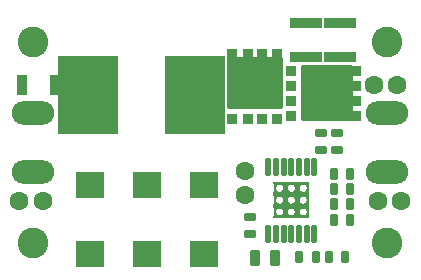
<source format=gbr>
%TF.GenerationSoftware,Altium Limited,Altium Designer,20.1.8 (145)*%
G04 Layer_Color=32768*
%FSLAX24Y24*%
%MOIN*%
%TF.SameCoordinates,72321C45-B03C-47D1-81AD-3863C6C0A768*%
%TF.FilePolarity,Negative*%
%TF.FileFunction,Soldermask,Top*%
%TF.Part,Single*%
G01*
G75*
%TA.AperFunction,ViaPad*%
%ADD36O,0.1417X0.0787*%
%ADD37C,0.1024*%
%ADD38C,0.0630*%
%TA.AperFunction,SMDPad,CuDef*%
G04:AMPARAMS|DCode=44|XSize=35.4mil|YSize=31.5mil|CornerRadius=2.1mil|HoleSize=0mil|Usage=FLASHONLY|Rotation=90.000|XOffset=0mil|YOffset=0mil|HoleType=Round|Shape=RoundedRectangle|*
%AMROUNDEDRECTD44*
21,1,0.0354,0.0273,0,0,90.0*
21,1,0.0312,0.0315,0,0,90.0*
1,1,0.0042,0.0136,0.0156*
1,1,0.0042,0.0136,-0.0156*
1,1,0.0042,-0.0136,-0.0156*
1,1,0.0042,-0.0136,0.0156*
%
%ADD44ROUNDEDRECTD44*%
G04:AMPARAMS|DCode=45|XSize=173.2mil|YSize=183.5mil|CornerRadius=2.8mil|HoleSize=0mil|Usage=FLASHONLY|Rotation=90.000|XOffset=0mil|YOffset=0mil|HoleType=Round|Shape=RoundedRectangle|*
%AMROUNDEDRECTD45*
21,1,0.1732,0.1778,0,0,90.0*
21,1,0.1676,0.1835,0,0,90.0*
1,1,0.0056,0.0889,0.0838*
1,1,0.0056,0.0889,-0.0838*
1,1,0.0056,-0.0889,-0.0838*
1,1,0.0056,-0.0889,0.0838*
%
%ADD45ROUNDEDRECTD45*%
G04:AMPARAMS|DCode=46|XSize=35.4mil|YSize=31.5mil|CornerRadius=2.1mil|HoleSize=0mil|Usage=FLASHONLY|Rotation=0.000|XOffset=0mil|YOffset=0mil|HoleType=Round|Shape=RoundedRectangle|*
%AMROUNDEDRECTD46*
21,1,0.0354,0.0273,0,0,0.0*
21,1,0.0312,0.0315,0,0,0.0*
1,1,0.0042,0.0156,-0.0136*
1,1,0.0042,-0.0156,-0.0136*
1,1,0.0042,-0.0156,0.0136*
1,1,0.0042,0.0156,0.0136*
%
%ADD46ROUNDEDRECTD46*%
G04:AMPARAMS|DCode=47|XSize=173.2mil|YSize=183.5mil|CornerRadius=2.8mil|HoleSize=0mil|Usage=FLASHONLY|Rotation=0.000|XOffset=0mil|YOffset=0mil|HoleType=Round|Shape=RoundedRectangle|*
%AMROUNDEDRECTD47*
21,1,0.1732,0.1778,0,0,0.0*
21,1,0.1676,0.1835,0,0,0.0*
1,1,0.0056,0.0838,-0.0889*
1,1,0.0056,-0.0838,-0.0889*
1,1,0.0056,-0.0838,0.0889*
1,1,0.0056,0.0838,0.0889*
%
%ADD47ROUNDEDRECTD47*%
%TA.AperFunction,NonConductor*%
%ADD48C,0.0079*%
%ADD49R,0.1220X0.0157*%
%ADD50R,0.1220X0.0098*%
%ADD51R,0.0098X0.1220*%
%ADD52R,0.0098X0.1220*%
%ADD53R,0.0157X0.1220*%
%ADD54R,0.0157X0.1220*%
%TA.AperFunction,SMDPad,CuDef*%
G04:AMPARAMS|DCode=55|XSize=259.9mil|YSize=200.9mil|CornerRadius=3mil|HoleSize=0mil|Usage=FLASHONLY|Rotation=90.000|XOffset=0mil|YOffset=0mil|HoleType=Round|Shape=RoundedRectangle|*
%AMROUNDEDRECTD55*
21,1,0.2599,0.1949,0,0,90.0*
21,1,0.2539,0.2009,0,0,90.0*
1,1,0.0060,0.0974,0.1270*
1,1,0.0060,0.0974,-0.1270*
1,1,0.0060,-0.0974,-0.1270*
1,1,0.0060,-0.0974,0.1270*
%
%ADD55ROUNDEDRECTD55*%
G04:AMPARAMS|DCode=56|XSize=37.4mil|YSize=25.6mil|CornerRadius=2.1mil|HoleSize=0mil|Usage=FLASHONLY|Rotation=180.000|XOffset=0mil|YOffset=0mil|HoleType=Round|Shape=RoundedRectangle|*
%AMROUNDEDRECTD56*
21,1,0.0374,0.0214,0,0,180.0*
21,1,0.0332,0.0256,0,0,180.0*
1,1,0.0042,-0.0166,0.0107*
1,1,0.0042,0.0166,0.0107*
1,1,0.0042,0.0166,-0.0107*
1,1,0.0042,-0.0166,-0.0107*
%
%ADD56ROUNDEDRECTD56*%
G04:AMPARAMS|DCode=57|XSize=37.4mil|YSize=23.6mil|CornerRadius=2.1mil|HoleSize=0mil|Usage=FLASHONLY|Rotation=90.000|XOffset=0mil|YOffset=0mil|HoleType=Round|Shape=RoundedRectangle|*
%AMROUNDEDRECTD57*
21,1,0.0374,0.0195,0,0,90.0*
21,1,0.0333,0.0236,0,0,90.0*
1,1,0.0041,0.0097,0.0166*
1,1,0.0041,0.0097,-0.0166*
1,1,0.0041,-0.0097,-0.0166*
1,1,0.0041,-0.0097,0.0166*
%
%ADD57ROUNDEDRECTD57*%
G04:AMPARAMS|DCode=58|XSize=37.4mil|YSize=25.6mil|CornerRadius=2.1mil|HoleSize=0mil|Usage=FLASHONLY|Rotation=270.000|XOffset=0mil|YOffset=0mil|HoleType=Round|Shape=RoundedRectangle|*
%AMROUNDEDRECTD58*
21,1,0.0374,0.0214,0,0,270.0*
21,1,0.0332,0.0256,0,0,270.0*
1,1,0.0042,-0.0107,-0.0166*
1,1,0.0042,-0.0107,0.0166*
1,1,0.0042,0.0107,0.0166*
1,1,0.0042,0.0107,-0.0166*
%
%ADD58ROUNDEDRECTD58*%
G04:AMPARAMS|DCode=59|XSize=68.9mil|YSize=35.4mil|CornerRadius=2.1mil|HoleSize=0mil|Usage=FLASHONLY|Rotation=90.000|XOffset=0mil|YOffset=0mil|HoleType=Round|Shape=RoundedRectangle|*
%AMROUNDEDRECTD59*
21,1,0.0689,0.0312,0,0,90.0*
21,1,0.0646,0.0354,0,0,90.0*
1,1,0.0043,0.0156,0.0323*
1,1,0.0043,0.0156,-0.0323*
1,1,0.0043,-0.0156,-0.0323*
1,1,0.0043,-0.0156,0.0323*
%
%ADD59ROUNDEDRECTD59*%
G04:AMPARAMS|DCode=60|XSize=96.5mil|YSize=86.6mil|CornerRadius=2.4mil|HoleSize=0mil|Usage=FLASHONLY|Rotation=180.000|XOffset=0mil|YOffset=0mil|HoleType=Round|Shape=RoundedRectangle|*
%AMROUNDEDRECTD60*
21,1,0.0965,0.0818,0,0,180.0*
21,1,0.0917,0.0866,0,0,180.0*
1,1,0.0048,-0.0458,0.0409*
1,1,0.0048,0.0458,0.0409*
1,1,0.0048,0.0458,-0.0409*
1,1,0.0048,-0.0458,-0.0409*
%
%ADD60ROUNDEDRECTD60*%
G04:AMPARAMS|DCode=61|XSize=59.9mil|YSize=17.7mil|CornerRadius=2mil|HoleSize=0mil|Usage=FLASHONLY|Rotation=270.000|XOffset=0mil|YOffset=0mil|HoleType=Round|Shape=RoundedRectangle|*
%AMROUNDEDRECTD61*
21,1,0.0599,0.0136,0,0,270.0*
21,1,0.0559,0.0177,0,0,270.0*
1,1,0.0041,-0.0068,-0.0279*
1,1,0.0041,-0.0068,0.0279*
1,1,0.0041,0.0068,0.0279*
1,1,0.0041,0.0068,-0.0279*
%
%ADD61ROUNDEDRECTD61*%
G04:AMPARAMS|DCode=62|XSize=51.2mil|YSize=31.5mil|CornerRadius=2.1mil|HoleSize=0mil|Usage=FLASHONLY|Rotation=90.000|XOffset=0mil|YOffset=0mil|HoleType=Round|Shape=RoundedRectangle|*
%AMROUNDEDRECTD62*
21,1,0.0512,0.0273,0,0,90.0*
21,1,0.0470,0.0315,0,0,90.0*
1,1,0.0042,0.0136,0.0235*
1,1,0.0042,0.0136,-0.0235*
1,1,0.0042,-0.0136,-0.0235*
1,1,0.0042,-0.0136,0.0235*
%
%ADD62ROUNDEDRECTD62*%
G04:AMPARAMS|DCode=63|XSize=37.4mil|YSize=23.6mil|CornerRadius=2.1mil|HoleSize=0mil|Usage=FLASHONLY|Rotation=180.000|XOffset=0mil|YOffset=0mil|HoleType=Round|Shape=RoundedRectangle|*
%AMROUNDEDRECTD63*
21,1,0.0374,0.0195,0,0,180.0*
21,1,0.0333,0.0236,0,0,180.0*
1,1,0.0041,-0.0166,0.0097*
1,1,0.0041,0.0166,0.0097*
1,1,0.0041,0.0166,-0.0097*
1,1,0.0041,-0.0166,-0.0097*
%
%ADD63ROUNDEDRECTD63*%
G04:AMPARAMS|DCode=64|XSize=104.3mil|YSize=35.4mil|CornerRadius=2.1mil|HoleSize=0mil|Usage=FLASHONLY|Rotation=0.000|XOffset=0mil|YOffset=0mil|HoleType=Round|Shape=RoundedRectangle|*
%AMROUNDEDRECTD64*
21,1,0.1043,0.0312,0,0,0.0*
21,1,0.1001,0.0354,0,0,0.0*
1,1,0.0043,0.0500,-0.0156*
1,1,0.0043,-0.0500,-0.0156*
1,1,0.0043,-0.0500,0.0156*
1,1,0.0043,0.0500,0.0156*
%
%ADD64ROUNDEDRECTD64*%
D36*
X12789Y3346D02*
D03*
Y5315D02*
D03*
X984Y3346D02*
D03*
Y5315D02*
D03*
D37*
X12789Y984D02*
D03*
Y7677D02*
D03*
X984Y984D02*
D03*
Y7677D02*
D03*
D38*
X12484Y2392D02*
D03*
X12346Y6250D02*
D03*
X543Y2392D02*
D03*
X1330D02*
D03*
X13133Y6250D02*
D03*
X13271Y2392D02*
D03*
X8072Y3374D02*
D03*
Y2587D02*
D03*
D44*
X8150Y5128D02*
D03*
X8623D02*
D03*
X9134D02*
D03*
Y7295D02*
D03*
X8623D02*
D03*
X8150D02*
D03*
X7638D02*
D03*
Y5128D02*
D03*
D45*
X8386Y6330D02*
D03*
D46*
X9607Y6722D02*
D03*
X11774D02*
D03*
Y6211D02*
D03*
Y5738D02*
D03*
Y5226D02*
D03*
X9607D02*
D03*
Y5738D02*
D03*
Y6211D02*
D03*
D47*
X10809Y5974D02*
D03*
D48*
X9764Y2416D02*
G03*
X9764Y2416I-157J0D01*
G01*
X10158Y2809D02*
G03*
X10158Y2809I-157J0D01*
G01*
Y2416D02*
G03*
X10158Y2416I-157J0D01*
G01*
Y2022D02*
G03*
X10158Y2022I-157J0D01*
G01*
X9764D02*
G03*
X9764Y2022I-157J0D01*
G01*
Y2809D02*
G03*
X9764Y2809I-157J0D01*
G01*
X9371D02*
G03*
X9371Y2809I-157J0D01*
G01*
Y2416D02*
G03*
X9371Y2416I-157J0D01*
G01*
Y2022D02*
G03*
X9371Y2022I-157J0D01*
G01*
D49*
X9607Y2612D02*
D03*
Y2219D02*
D03*
D50*
Y1855D02*
D03*
X9607Y2977D02*
D03*
D51*
X9046Y2416D02*
D03*
D52*
X10168Y2416D02*
D03*
D53*
X9804D02*
D03*
D54*
X9410Y2416D02*
D03*
D55*
X2835Y5906D02*
D03*
X6378D02*
D03*
D56*
X10580Y4654D02*
D03*
Y4103D02*
D03*
X8239Y1847D02*
D03*
Y1296D02*
D03*
D57*
X11014Y3272D02*
D03*
X11565D02*
D03*
X11014Y2777D02*
D03*
X11565D02*
D03*
X10847Y512D02*
D03*
X11398D02*
D03*
X11014Y2272D02*
D03*
X11565D02*
D03*
D58*
X11014Y1769D02*
D03*
X11565D02*
D03*
X9863Y512D02*
D03*
X10414D02*
D03*
D59*
X620Y6260D02*
D03*
X1742D02*
D03*
D60*
X2904Y610D02*
D03*
Y2913D02*
D03*
X4793D02*
D03*
Y610D02*
D03*
X6683D02*
D03*
Y2913D02*
D03*
D61*
X8839Y3536D02*
D03*
X9095D02*
D03*
X9351D02*
D03*
X9607D02*
D03*
X9863D02*
D03*
X10119D02*
D03*
X10375D02*
D03*
X10375Y1296D02*
D03*
X10119D02*
D03*
X9863D02*
D03*
X9607D02*
D03*
X9351D02*
D03*
X9095D02*
D03*
X8839D02*
D03*
D62*
X9047Y486D02*
D03*
X8378D02*
D03*
D63*
X11112Y4654D02*
D03*
Y4103D02*
D03*
D64*
X11243Y8317D02*
D03*
Y7195D02*
D03*
X10101Y8317D02*
D03*
Y7195D02*
D03*
%TF.MD5,e742b235e20821d3ea4398773543f13c*%
M02*

</source>
